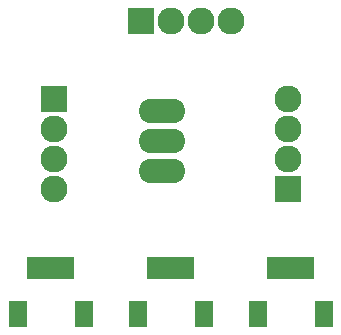
<source format=gts>
G04 #@! TF.FileFunction,Soldermask,Top*
%FSLAX46Y46*%
G04 Gerber Fmt 4.6, Leading zero omitted, Abs format (unit mm)*
G04 Created by KiCad (PCBNEW 4.0.6) date Friday, March 31, 2017 'PMt' 06:41:41 PM*
%MOMM*%
%LPD*%
G01*
G04 APERTURE LIST*
%ADD10C,0.100000*%
%ADD11R,1.000000X1.950000*%
%ADD12R,1.600000X2.200000*%
%ADD13C,2.279600*%
%ADD14R,2.279600X2.279600*%
%ADD15O,3.900120X2.099260*%
G04 APERTURE END LIST*
D10*
D11*
X157250000Y-119982500D03*
X158250000Y-119982500D03*
X159250000Y-119982500D03*
X160250000Y-119982500D03*
D12*
X155950000Y-123857500D03*
X161550000Y-123857500D03*
D13*
X158496000Y-110744000D03*
D14*
X158496000Y-113284000D03*
D13*
X158496000Y-105664000D03*
X158496000Y-108204000D03*
X138684000Y-108204000D03*
D14*
X138684000Y-105664000D03*
D13*
X138684000Y-113284000D03*
X138684000Y-110744000D03*
D15*
X147828000Y-109220000D03*
X147828000Y-106680000D03*
X147828000Y-111760000D03*
D11*
X147090000Y-119982500D03*
X148090000Y-119982500D03*
X149090000Y-119982500D03*
X150090000Y-119982500D03*
D12*
X145790000Y-123857500D03*
X151390000Y-123857500D03*
D11*
X136930000Y-119982500D03*
X137930000Y-119982500D03*
X138930000Y-119982500D03*
X139930000Y-119982500D03*
D12*
X135630000Y-123857500D03*
X141230000Y-123857500D03*
D13*
X148590000Y-99060000D03*
D14*
X146050000Y-99060000D03*
D13*
X153670000Y-99060000D03*
X151130000Y-99060000D03*
M02*

</source>
